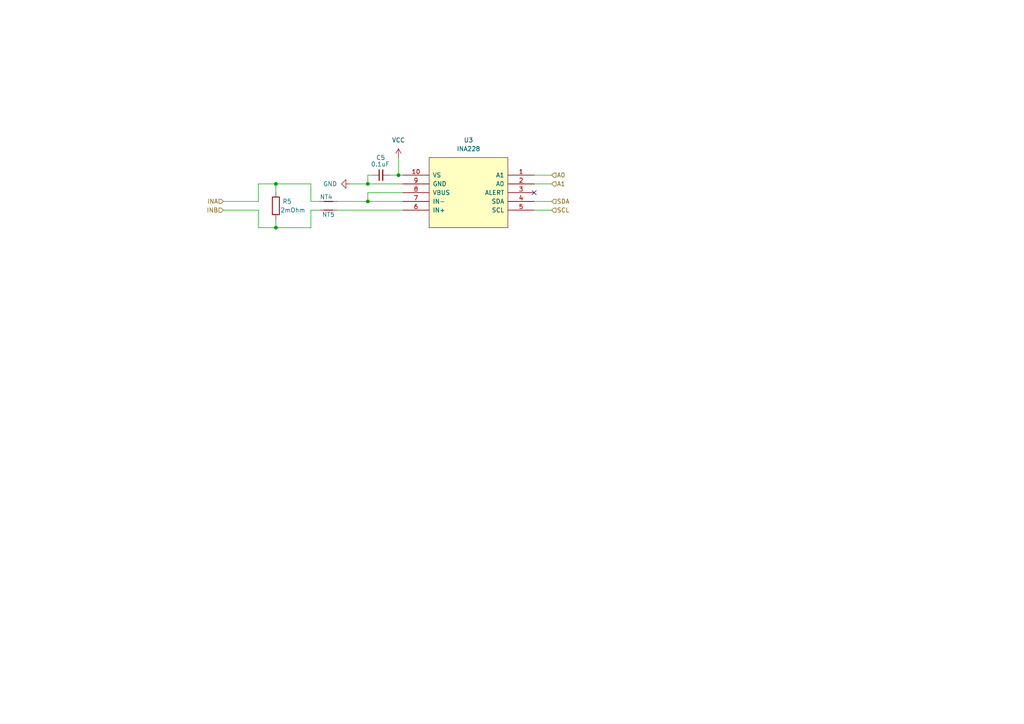
<source format=kicad_sch>
(kicad_sch (version 20230121) (generator eeschema)
  (paper "A4")
  (lib_symbols
    (symbol "Device:C_Small" (pin_numbers hide) (pin_names (offset 0.254) hide)
      (property "Reference" "C" (at 0.254 1.778 0))
      (property "Value" "C_Small" (at 0.254 -2.032 0))
      (symbol "C_Small_0_1"
        (polyline (pts (xy -1.524 -0.508) (xy 1.524 -0.508)) (stroke (width 0.3302)))
        (polyline (pts (xy -1.524 0.508) (xy 1.524 0.508)) (stroke (width 0.3048)))
      )
      (symbol "C_Small_1_1"
        (pin passive line (at 0 2.54 270) (length 2.032) (name "~") (number "1"))
        (pin passive line (at 0 -2.54 90) (length 2.032) (name "~") (number "2"))
      )
    )
    (symbol "Device:NetTie_2" (pin_numbers hide) (pin_names (offset 0) hide) (in_bom no)
      (property "Reference" "NT" (at 0 1.27 0))
      (property "Value" "NetTie_2" (at 0 -1.27 0))
      (symbol "NetTie_2_0_1"
        (polyline (pts (xy -1.27 0) (xy 1.27 0)) (stroke (width 0.254)))
      )
      (symbol "NetTie_2_1_1"
        (pin passive line (at -2.54 0 0) (length 2.54) (name "1") (number "1"))
        (pin passive line (at 2.54 0 180) (length 2.54) (name "2") (number "2"))
      )
    )
    (symbol "Device:R" (pin_numbers hide) (pin_names (offset 0))
      (property "Reference" "R" (at 2.032 0 90))
      (property "Value" "R" (at 0 0 90))
      (symbol "R_0_1"
        (rectangle (start -1.016 -2.54) (end 1.016 2.54) (stroke (width 0.254)))
      )
      (symbol "R_1_1"
        (pin passive line (at 0 3.81 270) (length 1.27) (name "~") (number "1"))
        (pin passive line (at 0 -3.81 90) (length 1.27) (name "~") (number "2"))
      )
    )
    (symbol "INA228:INA228" (pin_names (offset 1.016))
      (property "Reference" "U" (at 0 -2.54 0))
      (property "Value" "INA228" (at 0 2.54 0))
      (symbol "INA228_1_0"
        (rectangle (start -11.43 10.16) (end 11.43 -10.16) (fill (type background)))
      )
      (symbol "INA228_1_1"
        (pin input line (at -19.05 5.08 0) (length 7.62) (name "A1") (number "1"))
        (pin power_in line (at 19.05 5.08 180) (length 7.62) (name "VS") (number "10"))
        (pin input line (at -19.05 2.54 0) (length 7.62) (name "A0") (number "2"))
        (pin output line (at -19.05 0 0) (length 7.62) (name "ALERT") (number "3"))
        (pin open_collector line (at -19.05 -2.54 0) (length 7.62) (name "SDA") (number "4"))
        (pin input line (at -19.05 -5.08 0) (length 7.62) (name "SCL") (number "5"))
        (pin input line (at 19.05 -5.08 180) (length 7.62) (name "IN+") (number "6"))
        (pin input line (at 19.05 -2.54 180) (length 7.62) (name "IN-") (number "7"))
        (pin input line (at 19.05 0 180) (length 7.62) (name "VBUS") (number "8"))
        (pin power_in line (at 19.05 2.54 180) (length 7.62) (name "GND") (number "9"))
      )
    )
    (symbol "power:GND" (power) (pin_names (offset 0))
      (property "Value" "GND" (at 0 -3.81 0))
      (symbol "GND_0_1"
        (polyline (pts (xy 0 0) (xy 0 -1.27) (xy 1.27 -1.27) (xy 0 -2.54) (xy -1.27 -1.27) (xy 0 -1.27)))
      )
      (symbol "GND_1_1"
        (pin power_in line (at 0 0 270) (length 0) hide (name "GND") (number "1"))
      )
    )
    (symbol "power:VCC" (power) (pin_names (offset 0))
      (property "Value" "VCC" (at 0 3.81 0))
      (symbol "VCC_0_1"
        (polyline (pts (xy -0.762 1.27) (xy 0 2.54)))
        (polyline (pts (xy 0 0) (xy 0 2.54)))
        (polyline (pts (xy 0 2.54) (xy 0.762 1.27)))
      )
      (symbol "VCC_1_1"
        (pin power_in line (at 0 0 90) (length 0) hide (name "VCC") (number "1"))
      )
    )
  )
  (junction (at 106.68 53.34))
  (junction (at 80.01 53.34))
  (junction (at 80.01 66.04))
  (junction (at 115.57 50.8))
  (junction (at 106.68 58.42))
  (no_connect (at 154.94 55.88))
  (wire (pts (xy 154.94 60.96) (xy 160.02 60.96)))
  (wire (pts (xy 90.17 53.34) (xy 90.17 58.42)))
  (wire (pts (xy 74.93 66.04) (xy 80.01 66.04)))
  (wire (pts (xy 106.68 55.88) (xy 106.68 58.42)))
  (wire (pts (xy 74.93 60.96) (xy 74.93 66.04)))
  (wire (pts (xy 106.68 50.8) (xy 106.68 53.34)))
  (wire (pts (xy 101.6 53.34) (xy 106.68 53.34)))
  (wire (pts (xy 90.17 60.96) (xy 90.17 66.04)))
  (wire (pts (xy 90.17 58.42) (xy 92.71 58.42)))
  (wire (pts (xy 154.94 58.42) (xy 160.02 58.42)))
  (wire (pts (xy 64.77 58.42) (xy 74.93 58.42)))
  (wire (pts (xy 107.95 50.8) (xy 106.68 50.8)))
  (wire (pts (xy 90.17 60.96) (xy 92.71 60.96)))
  (wire (pts (xy 74.93 58.42) (xy 74.93 53.34)))
  (wire (pts (xy 80.01 66.04) (xy 80.01 63.5)))
  (wire (pts (xy 80.01 55.88) (xy 80.01 53.34)))
  (wire (pts (xy 97.79 58.42) (xy 106.68 58.42)))
  (wire (pts (xy 80.01 53.34) (xy 90.17 53.34)))
  (wire (pts (xy 113.03 50.8) (xy 115.57 50.8)))
  (wire (pts (xy 116.84 50.8) (xy 115.57 50.8)))
  (wire (pts (xy 106.68 58.42) (xy 116.84 58.42)))
  (wire (pts (xy 97.79 60.96) (xy 116.84 60.96)))
  (wire (pts (xy 154.94 53.34) (xy 160.02 53.34)))
  (wire (pts (xy 64.77 60.96) (xy 74.93 60.96)))
  (wire (pts (xy 154.94 50.8) (xy 160.02 50.8)))
  (wire (pts (xy 115.57 45.72) (xy 115.57 50.8)))
  (wire (pts (xy 116.84 53.34) (xy 106.68 53.34)))
  (wire (pts (xy 74.93 53.34) (xy 80.01 53.34)))
  (wire (pts (xy 90.17 66.04) (xy 80.01 66.04)))
  (wire (pts (xy 116.84 55.88) (xy 106.68 55.88)))
  (hierarchical_label "SDA" (shape input) (at 160.02 58.42 0))
  (hierarchical_label "INA" (shape input) (at 64.77 58.42 180))
  (hierarchical_label "A0" (shape input) (at 160.02 50.8 0))
  (hierarchical_label "SCL" (shape input) (at 160.02 60.96 0))
  (hierarchical_label "A1" (shape input) (at 160.02 53.34 0))
  (hierarchical_label "INB" (shape input) (at 64.77 60.96 180))
  (symbol (lib_id "Device:NetTie_2") (at 95.25 60.96 0) (unit 1) (in_bom no)
    (property "Reference" "NT5" (at 95.25 62.23 0))
    (property "Value" "NetTie_2" (effects hide))
    (property "Footprint" "hardware:NetTie-2_SMD_Pad0.25mm" (effects hide))
    (instances (project "power-monitor" (path "" (reference "NT5") (unit 1)) (path "" (reference "NT3") (unit 1))))
  )
  (symbol (lib_id "Device:NetTie_2") (at 95.25 58.42 0) (unit 1) (in_bom no)
    (property "Reference" "NT4" (at 94.615 57.15 0))
    (property "Value" "NetTie_2" (effects hide))
    (property "Footprint" "hardware:NetTie-2_SMD_Pad0.25mm" (effects hide))
    (instances (project "power-monitor" (path "" (reference "NT4") (unit 1)) (path "" (reference "NT2") (unit 1))))
  )
  (symbol (lib_id "INA228:INA228") (at 135.89 55.88 0) (mirror y) (unit 1)
    (property "Reference" "U3" (at 135.89 40.64 0))
    (property "Value" "INA228" (at 135.89 43.18 0))
    (property "Footprint" "Package_SO:VSSOP-10_3x3mm_P0.5mm" (effects hide))
    (property "Datasheet" "https://www.ti.com/lit/ds/symlink/ina228.pdf" (effects hide))
    (instances (project "power-monitor" (path "" (reference "U3") (unit 1)) (path "" (reference "U2") (unit 1))))
  )
  (symbol (lib_id "Device:C_Small") (at 110.49 50.8 90) (unit 1)
    (property "Reference" "C5" (at 111.76 45.72 90) (effects (justify left)))
    (property "Value" "0.1uF" (at 113.03 47.625 90) (effects (justify left)))
    (property "Footprint" "Capacitor_SMD:C_1206_3216Metric_Pad1.33x1.80mm_HandSolder" (effects hide))
    (instances (project "power-monitor" (path "" (reference "C5") (unit 1)) (path "" (reference "C4") (unit 1))))
  )
  (symbol (lib_id "power:GND") (at 101.6 53.34 270) (mirror x) (unit 1)
    (property "Reference" "#PWR015" (effects hide))
    (property "Value" "GND" (at 97.79 53.34 90) (effects (justify right)))
    (instances (project "power-monitor" (path "" (reference "#PWR015") (unit 1)) (path "" (reference "#PWR013") (unit 1))))
  )
  (symbol (lib_id "Device:R") (at 80.01 59.69 0) (unit 1)
    (property "Reference" "R5" (at 81.915 58.42 0) (effects (justify left)))
    (property "Value" "2mOhm" (at 81.28 60.96 0) (effects (justify left)))
    (property "Footprint" "Resistor_SMD:R_2816_7142Metric_Pad3.20x4.45mm_HandSolder" (effects hide))
    (instances (project "power-monitor" (path "" (reference "R5") (unit 1)) (path "" (reference "R4") (unit 1))))
  )
  (symbol (lib_id "power:VCC") (at 115.57 45.72 0) (mirror y) (unit 1)
    (property "Reference" "#PWR016" (effects hide))
    (property "Value" "VCC" (at 115.57 40.64 0))
    (instances (project "power-monitor" (path "" (reference "#PWR016") (unit 1)) (path "" (reference "#PWR014") (unit 1))))
  )
)
</source>
